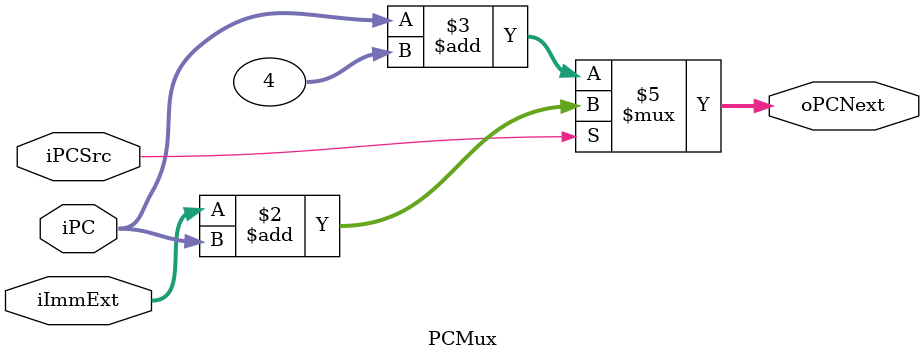
<source format=sv>
module PCMux (
    input  logic [31:0]  iImmExt,
    input  logic [31:0]  iPC,
    input  logic         iPCSrc,
    output logic [31:0]  oPCNext
);

always_comb begin
    if (iPCSrc)
        oPCNext = iImmExt + iPC;
    else
        oPCNext = iPC + 32'b00000000000000000000000000000100;
end

endmodule

</source>
